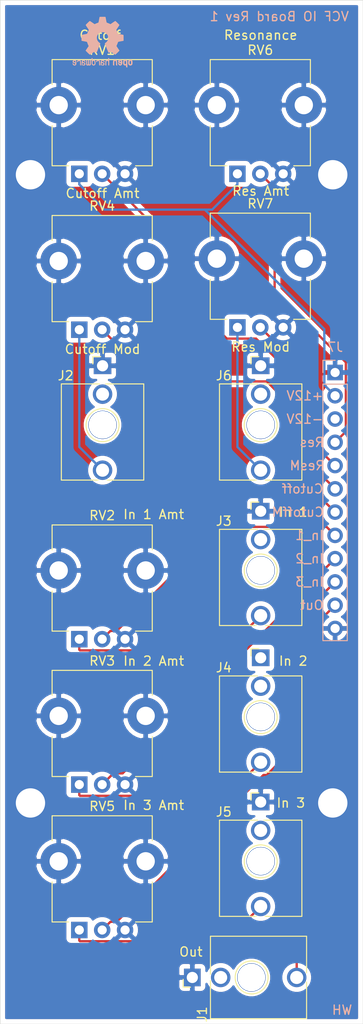
<source format=kicad_pcb>
(kicad_pcb (version 20171130) (host pcbnew 5.1.4)
  (layers (0 F.Cu signal) (31 B.Cu signal) (34 B.Paste user) (35 F.Paste user) (36 B.SilkS user) (37 F.SilkS user) (38 B.Mask user) (39 F.Mask user) (44 Edge.Cuts user))
  (net 0 "")
  (net 1 "Net-(J2-PadT)")
  (net 2 "Net-(J3-PadT)")
  (net 3 "Net-(J4-PadT)")
  (net 4 "Net-(J4-PadS)")
  (net 5 "Net-(J5-PadT)")
  (net 6 "Net-(J6-PadT)")
  (net 7 GNDREF)
  (net 8 /Out)
  (net 9 +12V)
  (net 10 -12V)
  (net 11 /Res)
  (net 12 /Res_Mod)
  (net 13 /Cutoff)
  (net 14 /Cutoff_Mod)
  (net 15 /In_1)
  (net 16 /In_2)
  (net 17 /In_3)
  (module Symbol:OSHW-Logo2_7.3x6mm_SilkScreen (layer B.Cu) (at 75.184 52.832 180)
    (fp_text reference REF** hide)
    (fp_text value OSHW-Logo2_7.3x6mm_SilkScreen hide)
  )
  (module Eurorack:Jack_3.5mm_QingPu_WQP-PJ398SM_Vertical_CircularHoles (layer F.Cu) (at 91.44 154.94 90)
    (fp_text reference J1 (at -4.03 -5.37 270) (layer F.SilkS))
    (fp_text value "Res Mod")
    (pad "" thru_hole circle (at 0 0 90) (size 3.1 3.1) (drill 3) (layers *.Cu *.Mask))
    (pad T thru_hole circle (at 0 4.95 270) (size 2.13 2.13) (drill 1.43) (layers *.Cu *.Mask) (net 8 /Out))
    (pad S thru_hole rect (at 0 -6.45 270) (size 1.93 1.83) (drill 1.22) (layers *.Cu *.Mask) (net 7 GNDREF))
    (pad TN thru_hole circle (at 0 -3.35 270) (size 2.13 2.13) (drill 1.42) (layers *.Cu *.Mask))
  )
  (module Eurorack:Jack_3.5mm_QingPu_WQP-PJ398SM_Vertical_CircularHoles (layer F.Cu) (at 75.184 94.615)
    (fp_text reference J2 (at -4.03 -5.37 180) (layer F.SilkS))
    (fp_text value "Cutoff Mod")
    (pad TN thru_hole circle (at 0 -3.35 180) (size 2.13 2.13) (drill 1.42) (layers *.Cu *.Mask))
    (pad S thru_hole rect (at 0 -6.45 180) (size 1.93 1.83) (drill 1.22) (layers *.Cu *.Mask) (net 7 GNDREF))
    (pad T thru_hole circle (at 0 4.95 180) (size 2.13 2.13) (drill 1.43) (layers *.Cu *.Mask) (net 1 "Net-(J2-PadT)"))
    (pad "" thru_hole circle (at 0 0) (size 3.1 3.1) (drill 3) (layers *.Cu *.Mask))
  )
  (module Eurorack:Jack_3.5mm_QingPu_WQP-PJ398SM_Vertical_CircularHoles (layer F.Cu) (at 92.456 110.49)
    (fp_text reference J3 (at -4.03 -5.37 180) (layer F.SilkS))
    (fp_text value In1)
    (pad TN thru_hole circle (at 0 -3.35 180) (size 2.13 2.13) (drill 1.42) (layers *.Cu *.Mask))
    (pad S thru_hole rect (at 0 -6.45 180) (size 1.93 1.83) (drill 1.22) (layers *.Cu *.Mask) (net 7 GNDREF))
    (pad T thru_hole circle (at 0 4.95 180) (size 2.13 2.13) (drill 1.43) (layers *.Cu *.Mask) (net 2 "Net-(J3-PadT)"))
    (pad "" thru_hole circle (at 0 0) (size 3.1 3.1) (drill 3) (layers *.Cu *.Mask))
  )
  (module Eurorack:Jack_3.5mm_QingPu_WQP-PJ398SM_Vertical_CircularHoles (layer F.Cu) (at 92.456 126.492)
    (fp_text reference J4 (at -4.03 -5.37 180) (layer F.SilkS))
    (fp_text value In2)
    (pad "" thru_hole circle (at 0 0) (size 3.1 3.1) (drill 3) (layers *.Cu *.Mask))
    (pad T thru_hole circle (at 0 4.95 180) (size 2.13 2.13) (drill 1.43) (layers *.Cu *.Mask) (net 3 "Net-(J4-PadT)"))
    (pad S thru_hole rect (at 0 -6.45 180) (size 1.93 1.83) (drill 1.22) (layers *.Cu *.Mask) (net 4 "Net-(J4-PadS)"))
    (pad TN thru_hole circle (at 0 -3.35 180) (size 2.13 2.13) (drill 1.42) (layers *.Cu *.Mask))
  )
  (module Eurorack:Jack_3.5mm_QingPu_WQP-PJ398SM_Vertical_CircularHoles (layer F.Cu) (at 92.456 142.24)
    (fp_text reference J5 (at -4.03 -5.37 180) (layer F.SilkS))
    (fp_text value In3)
    (pad TN thru_hole circle (at 0 -3.35 180) (size 2.13 2.13) (drill 1.42) (layers *.Cu *.Mask))
    (pad S thru_hole rect (at 0 -6.45 180) (size 1.93 1.83) (drill 1.22) (layers *.Cu *.Mask) (net 7 GNDREF))
    (pad T thru_hole circle (at 0 4.95 180) (size 2.13 2.13) (drill 1.43) (layers *.Cu *.Mask) (net 5 "Net-(J5-PadT)"))
    (pad "" thru_hole circle (at 0 0) (size 3.1 3.1) (drill 3) (layers *.Cu *.Mask))
  )
  (module Eurorack:Jack_3.5mm_QingPu_WQP-PJ398SM_Vertical_CircularHoles (layer F.Cu) (at 92.456 94.615)
    (fp_text reference J6 (at -4.03 -5.37 180) (layer F.SilkS))
    (fp_text value Out)
    (pad "" thru_hole circle (at 0 0) (size 3.1 3.1) (drill 3) (layers *.Cu *.Mask))
    (pad T thru_hole circle (at 0 4.95 180) (size 2.13 2.13) (drill 1.43) (layers *.Cu *.Mask) (net 6 "Net-(J6-PadT)"))
    (pad S thru_hole rect (at 0 -6.45 180) (size 1.93 1.83) (drill 1.22) (layers *.Cu *.Mask) (net 7 GNDREF))
    (pad TN thru_hole circle (at 0 -3.35 180) (size 2.13 2.13) (drill 1.42) (layers *.Cu *.Mask))
  )
  (module Eurorack:Potentiometer_TT_P0915N (layer F.Cu) (at 75.184 59.69)
    (fp_text reference RV1 (at -0.04 -5.98) (layer F.SilkS))
    (fp_text value R_POT_US)
    (pad 1 thru_hole rect (at -2.54 7.52) (size 1.8 1.8) (drill 1) (layers *.Cu *.Mask) (net 9 +12V))
    (pad 2 thru_hole circle (at -0.04 7.52) (size 1.8 1.8) (drill 1) (layers *.Cu *.Mask) (net 13 /Cutoff))
    (pad 3 thru_hole circle (at 2.46 7.52) (size 1.8 1.8) (drill 1) (layers *.Cu *.Mask) (net 7 GNDREF))
    (pad "" thru_hole oval (at -4.79 0.02) (size 4 4) (drill 2) (layers *.Cu *.Mask) (net 7 GNDREF))
    (pad "" thru_hole oval (at 4.71 0.02) (size 4 4) (drill 2) (layers *.Cu *.Mask) (net 7 GNDREF))
  )
  (module Eurorack:Potentiometer_TT_P0915N (layer F.Cu) (at 75.184 110.49)
    (fp_text reference RV2 (at -0.04 -5.98) (layer F.SilkS))
    (fp_text value R_POT_US)
    (pad "" thru_hole oval (at 4.71 0.02) (size 4 4) (drill 2) (layers *.Cu *.Mask) (net 7 GNDREF))
    (pad "" thru_hole oval (at -4.79 0.02) (size 4 4) (drill 2) (layers *.Cu *.Mask) (net 7 GNDREF))
    (pad 3 thru_hole circle (at 2.46 7.52) (size 1.8 1.8) (drill 1) (layers *.Cu *.Mask) (net 7 GNDREF))
    (pad 2 thru_hole circle (at -0.04 7.52) (size 1.8 1.8) (drill 1) (layers *.Cu *.Mask) (net 15 /In_1))
    (pad 1 thru_hole rect (at -2.54 7.52) (size 1.8 1.8) (drill 1) (layers *.Cu *.Mask) (net 2 "Net-(J3-PadT)"))
  )
  (module Eurorack:Potentiometer_TT_P0915N (layer F.Cu) (at 75.184 126.365)
    (fp_text reference RV3 (at -0.04 -5.98) (layer F.SilkS))
    (fp_text value R_POT_US)
    (pad 1 thru_hole rect (at -2.54 7.52) (size 1.8 1.8) (drill 1) (layers *.Cu *.Mask) (net 3 "Net-(J4-PadT)"))
    (pad 2 thru_hole circle (at -0.04 7.52) (size 1.8 1.8) (drill 1) (layers *.Cu *.Mask) (net 16 /In_2))
    (pad 3 thru_hole circle (at 2.46 7.52) (size 1.8 1.8) (drill 1) (layers *.Cu *.Mask) (net 7 GNDREF))
    (pad "" thru_hole oval (at -4.79 0.02) (size 4 4) (drill 2) (layers *.Cu *.Mask) (net 7 GNDREF))
    (pad "" thru_hole oval (at 4.71 0.02) (size 4 4) (drill 2) (layers *.Cu *.Mask) (net 7 GNDREF))
  )
  (module Eurorack:Potentiometer_TT_P0915N (layer F.Cu) (at 75.184 76.708)
    (fp_text reference RV4 (at -0.04 -5.98) (layer F.SilkS))
    (fp_text value R_POT_US)
    (pad "" thru_hole oval (at 4.71 0.02) (size 4 4) (drill 2) (layers *.Cu *.Mask) (net 7 GNDREF))
    (pad "" thru_hole oval (at -4.79 0.02) (size 4 4) (drill 2) (layers *.Cu *.Mask) (net 7 GNDREF))
    (pad 3 thru_hole circle (at 2.46 7.52) (size 1.8 1.8) (drill 1) (layers *.Cu *.Mask) (net 7 GNDREF))
    (pad 2 thru_hole circle (at -0.04 7.52) (size 1.8 1.8) (drill 1) (layers *.Cu *.Mask) (net 14 /Cutoff_Mod))
    (pad 1 thru_hole rect (at -2.54 7.52) (size 1.8 1.8) (drill 1) (layers *.Cu *.Mask) (net 1 "Net-(J2-PadT)"))
  )
  (module Eurorack:Potentiometer_TT_P0915N (layer F.Cu) (at 75.184 142.24)
    (fp_text reference RV5 (at -0.04 -5.98) (layer F.SilkS))
    (fp_text value R_POT_US)
    (pad "" thru_hole oval (at 4.71 0.02) (size 4 4) (drill 2) (layers *.Cu *.Mask) (net 7 GNDREF))
    (pad "" thru_hole oval (at -4.79 0.02) (size 4 4) (drill 2) (layers *.Cu *.Mask) (net 7 GNDREF))
    (pad 3 thru_hole circle (at 2.46 7.52) (size 1.8 1.8) (drill 1) (layers *.Cu *.Mask) (net 7 GNDREF))
    (pad 2 thru_hole circle (at -0.04 7.52) (size 1.8 1.8) (drill 1) (layers *.Cu *.Mask) (net 17 /In_3))
    (pad 1 thru_hole rect (at -2.54 7.52) (size 1.8 1.8) (drill 1) (layers *.Cu *.Mask) (net 5 "Net-(J5-PadT)"))
  )
  (module Connector_PinSocket_2.54mm:PinSocket_1x12_P2.54mm_Vertical (layer B.Cu) (at 100.584 88.9 180)
    (fp_text reference J7 (at 0 2.77) (layer B.SilkS) (effects (justify mirror)))
    (fp_text value IO)
    (pad 1 thru_hole rect (at 0 0 180) (size 1.7 1.7) (drill 1) (layers *.Cu *.Mask) (net 7 GNDREF))
    (pad 2 thru_hole oval (at 0 -2.54 180) (size 1.7 1.7) (drill 1) (layers *.Cu *.Mask) (net 9 +12V))
    (pad 3 thru_hole oval (at 0 -5.08 180) (size 1.7 1.7) (drill 1) (layers *.Cu *.Mask) (net 10 -12V))
    (pad 4 thru_hole oval (at 0 -7.62 180) (size 1.7 1.7) (drill 1) (layers *.Cu *.Mask) (net 11 /Res))
    (pad 5 thru_hole oval (at 0 -10.16 180) (size 1.7 1.7) (drill 1) (layers *.Cu *.Mask) (net 12 /Res_Mod))
    (pad 6 thru_hole oval (at 0 -12.7 180) (size 1.7 1.7) (drill 1) (layers *.Cu *.Mask) (net 13 /Cutoff))
    (pad 7 thru_hole oval (at 0 -15.24 180) (size 1.7 1.7) (drill 1) (layers *.Cu *.Mask) (net 14 /Cutoff_Mod))
    (pad 8 thru_hole oval (at 0 -17.78 180) (size 1.7 1.7) (drill 1) (layers *.Cu *.Mask) (net 15 /In_1))
    (pad 9 thru_hole oval (at 0 -20.32 180) (size 1.7 1.7) (drill 1) (layers *.Cu *.Mask) (net 16 /In_2))
    (pad 10 thru_hole oval (at 0 -22.86 180) (size 1.7 1.7) (drill 1) (layers *.Cu *.Mask) (net 17 /In_3))
    (pad 11 thru_hole oval (at 0 -25.4 180) (size 1.7 1.7) (drill 1) (layers *.Cu *.Mask) (net 8 /Out))
    (pad 12 thru_hole oval (at 0 -27.94 180) (size 1.7 1.7) (drill 1) (layers *.Cu *.Mask) (net 7 GNDREF))
  )
  (module Eurorack:Potentiometer_TT_P0915N (layer F.Cu) (at 92.456 59.69)
    (fp_text reference RV6 (at -0.04 -5.98) (layer F.SilkS))
    (fp_text value R_POT_US)
    (pad "" thru_hole oval (at 4.71 0.02) (size 4 4) (drill 2) (layers *.Cu *.Mask) (net 7 GNDREF))
    (pad "" thru_hole oval (at -4.79 0.02) (size 4 4) (drill 2) (layers *.Cu *.Mask) (net 7 GNDREF))
    (pad 3 thru_hole circle (at 2.46 7.52) (size 1.8 1.8) (drill 1) (layers *.Cu *.Mask) (net 7 GNDREF))
    (pad 2 thru_hole circle (at -0.04 7.52) (size 1.8 1.8) (drill 1) (layers *.Cu *.Mask) (net 11 /Res))
    (pad 1 thru_hole rect (at -2.54 7.52) (size 1.8 1.8) (drill 1) (layers *.Cu *.Mask) (net 9 +12V))
  )
  (module Eurorack:Potentiometer_TT_P0915N (layer F.Cu) (at 92.456 76.454)
    (fp_text reference RV7 (at -0.04 -5.98) (layer F.SilkS))
    (fp_text value R_POT_US)
    (pad 1 thru_hole rect (at -2.54 7.52) (size 1.8 1.8) (drill 1) (layers *.Cu *.Mask) (net 6 "Net-(J6-PadT)"))
    (pad 2 thru_hole circle (at -0.04 7.52) (size 1.8 1.8) (drill 1) (layers *.Cu *.Mask) (net 12 /Res_Mod))
    (pad 3 thru_hole circle (at 2.46 7.52) (size 1.8 1.8) (drill 1) (layers *.Cu *.Mask) (net 7 GNDREF))
    (pad "" thru_hole oval (at -4.79 0.02) (size 4 4) (drill 2) (layers *.Cu *.Mask) (net 7 GNDREF))
    (pad "" thru_hole oval (at 4.71 0.02) (size 4 4) (drill 2) (layers *.Cu *.Mask) (net 7 GNDREF))
  )
  (gr_text Out (at 84.836 152.146) (layer F.SilkS) (effects (font (size 1 1))))
  (gr_text "In 3" (at 95.758 135.89) (layer F.SilkS) (effects (font (size 1 1))))
  (gr_text "In 2" (at 96.012 120.396) (layer F.SilkS) (effects (font (size 1 1))))
  (gr_text "In 1" (at 96.012 104.14) (layer F.SilkS) (effects (font (size 1 1))))
  (gr_text "In 3 Amt" (at 80.772 136.144) (layer F.SilkS) (effects (font (size 1 1))))
  (gr_text "In 2 Amt" (at 80.772 120.396) (layer F.SilkS) (effects (font (size 1 1))))
  (gr_text "In 1 Amt" (at 80.772 104.394) (layer F.SilkS) (effects (font (size 1 1))))
  (gr_text "Res Mod" (at 92.456 86.106) (layer F.SilkS) (effects (font (size 1 1))))
  (gr_text "Res Amt" (at 92.456 69.088) (layer F.SilkS) (effects (font (size 1 1))))
  (gr_text Resonance (at 92.456 52.07) (layer F.SilkS) (effects (font (size 1 1))))
  (gr_text "Cutoff Mod" (at 75.184 86.36) (layer F.SilkS) (effects (font (size 1 1))))
  (gr_text "Cutoff Amt" (at 75.184 69.342) (layer F.SilkS) (effects (font (size 1 1))))
  (gr_text Cutoff (at 74.93 52.07) (layer F.SilkS) (effects (font (size 1 1))))
  (gr_text Out (at 98.044 114.3) (layer B.SilkS) (effects (font (size 1 1)) (justify mirror)))
  (gr_text In_3 (at 97.79 111.76) (layer B.SilkS) (effects (font (size 1 1)) (justify mirror)))
  (gr_text In_2 (at 97.79 109.22) (layer B.SilkS) (effects (font (size 1 1)) (justify mirror)))
  (gr_text In_1 (at 97.79 106.68) (layer B.SilkS) (effects (font (size 1 1)) (justify mirror)))
  (gr_text CutoffM (at 96.52 104.14) (layer B.SilkS) (effects (font (size 1 1)) (justify mirror)))
  (gr_text Cutoff (at 97.028 101.6) (layer B.SilkS) (effects (font (size 1 1)) (justify mirror)))
  (gr_text ResM (at 97.536 99.06) (layer B.SilkS) (effects (font (size 1 1)) (justify mirror)))
  (gr_text Res (at 98.044 96.52) (layer B.SilkS) (effects (font (size 1 1)) (justify mirror)))
  (gr_text -12V (at 97.282 93.98) (layer B.SilkS) (effects (font (size 1 1)) (justify mirror)))
  (gr_text +12V (at 97.282 91.44) (layer B.SilkS) (effects (font (size 1 1)) (justify mirror)))
  (gr_text WH (at 101.346 158.496) (layer B.SilkS) (effects (font (size 1 1)) (justify mirror)))
  (gr_text "VCF IO Board Rev 1" (at 94.488 50.038) (layer B.SilkS) (effects (font (size 1 1)) (justify mirror)))
  (gr_line (start 64.008 160.02) (end 64.008 48.26) (layer Edge.Cuts) (width 0.05))
  (gr_line (start 103.632 160.02) (end 64.008 160.02) (layer Edge.Cuts) (width 0.05))
  (gr_line (start 103.632 48.26) (end 103.632 160.02) (layer Edge.Cuts) (width 0.05))
  (gr_line (start 64.008 48.26) (end 103.632 48.26) (layer Edge.Cuts) (width 0.05))
  (segment (start 72.644 97.025) (end 75.184 99.565) (width 0.25) (layer B.Cu) (net 1))
  (segment (start 72.644 84.228) (end 72.644 97.025) (width 0.25) (layer B.Cu) (net 1))
  (segment (start 72.719001 119.235001) (end 88.660999 119.235001) (width 0.25) (layer F.Cu) (net 2))
  (segment (start 72.644 119.16) (end 72.719001 119.235001) (width 0.25) (layer F.Cu) (net 2))
  (segment (start 91.391001 116.504999) (end 92.456 115.44) (width 0.25) (layer F.Cu) (net 2))
  (segment (start 88.660999 119.235001) (end 91.391001 116.504999) (width 0.25) (layer F.Cu) (net 2))
  (segment (start 72.644 118.01) (end 72.644 119.16) (width 0.25) (layer F.Cu) (net 2))
  (segment (start 91.391001 132.506999) (end 92.456 131.442) (width 0.25) (layer F.Cu) (net 3))
  (segment (start 88.787999 135.110001) (end 91.391001 132.506999) (width 0.25) (layer F.Cu) (net 3))
  (segment (start 72.719001 135.110001) (end 88.787999 135.110001) (width 0.25) (layer F.Cu) (net 3))
  (segment (start 72.644 135.035) (end 72.719001 135.110001) (width 0.25) (layer F.Cu) (net 3))
  (segment (start 72.644 133.885) (end 72.644 135.035) (width 0.25) (layer F.Cu) (net 3))
  (segment (start 88.660999 150.985001) (end 91.391001 148.254999) (width 0.25) (layer F.Cu) (net 5))
  (segment (start 91.391001 148.254999) (end 92.456 147.19) (width 0.25) (layer F.Cu) (net 5))
  (segment (start 72.719001 150.985001) (end 88.660999 150.985001) (width 0.25) (layer F.Cu) (net 5))
  (segment (start 72.644 150.91) (end 72.719001 150.985001) (width 0.25) (layer F.Cu) (net 5))
  (segment (start 72.644 149.76) (end 72.644 150.91) (width 0.25) (layer F.Cu) (net 5))
  (segment (start 89.916 97.025) (end 92.456 99.565) (width 0.25) (layer B.Cu) (net 6))
  (segment (start 89.916 83.974) (end 89.916 97.025) (width 0.25) (layer B.Cu) (net 6))
  (via (at 67.31 135.89) (size 4.99999) (drill 3.2004) (layers F.Cu B.Cu) (net 7))
  (via (at 100.33 135.89) (size 4.99999) (drill 3.2004) (layers F.Cu B.Cu) (net 7))
  (via (at 100.33 67.31) (size 4.99999) (drill 3.2004) (layers F.Cu B.Cu) (net 7))
  (via (at 67.31 67.31) (size 4.99999) (drill 3.2004) (layers F.Cu B.Cu) (net 7))
  (segment (start 96.39 118.494) (end 96.39 154.94) (width 0.25) (layer F.Cu) (net 8))
  (segment (start 100.584 114.3) (end 96.39 118.494) (width 0.25) (layer F.Cu) (net 8))
  (segment (start 99.408999 90.264999) (end 99.408999 84.168999) (width 0.25) (layer B.Cu) (net 9))
  (segment (start 100.584 91.44) (end 99.408999 90.264999) (width 0.25) (layer B.Cu) (net 9))
  (segment (start 99.408999 84.168999) (end 86.36 71.12) (width 0.25) (layer B.Cu) (net 9))
  (segment (start 72.644 68.36) (end 72.644 67.21) (width 0.25) (layer B.Cu) (net 9))
  (segment (start 75.404 71.12) (end 72.644 68.36) (width 0.25) (layer B.Cu) (net 9))
  (segment (start 86.36 71.12) (end 75.404 71.12) (width 0.25) (layer B.Cu) (net 9))
  (segment (start 89.916 68.36) (end 87.156 71.12) (width 0.25) (layer B.Cu) (net 9))
  (segment (start 87.156 71.12) (end 86.36 71.12) (width 0.25) (layer B.Cu) (net 9))
  (segment (start 89.916 67.21) (end 89.916 68.36) (width 0.25) (layer B.Cu) (net 9))
  (segment (start 101.759001 95.344999) (end 101.759001 87.789001) (width 0.25) (layer F.Cu) (net 11))
  (segment (start 100.584 96.52) (end 101.759001 95.344999) (width 0.25) (layer F.Cu) (net 11))
  (segment (start 101.759001 87.789001) (end 93.98 80.01) (width 0.25) (layer F.Cu) (net 11))
  (segment (start 93.98 68.774) (end 92.416 67.21) (width 0.25) (layer F.Cu) (net 11))
  (segment (start 93.98 80.01) (end 93.98 68.774) (width 0.25) (layer F.Cu) (net 11))
  (segment (start 97.79 89.348) (end 92.416 83.974) (width 0.25) (layer F.Cu) (net 12))
  (segment (start 100.584 99.06) (end 97.79 96.266) (width 0.25) (layer F.Cu) (net 12))
  (segment (start 97.79 96.266) (end 97.79 89.348) (width 0.25) (layer F.Cu) (net 12))
  (segment (start 83.82 75.886) (end 75.144 67.21) (width 0.25) (layer F.Cu) (net 13))
  (segment (start 83.82 80.263002) (end 83.82 75.886) (width 0.25) (layer F.Cu) (net 13))
  (segment (start 97.33999 98.35599) (end 97.33999 90.583988) (width 0.25) (layer F.Cu) (net 13))
  (segment (start 97.33999 90.583988) (end 91.955003 85.199001) (width 0.25) (layer F.Cu) (net 13))
  (segment (start 100.584 101.6) (end 97.33999 98.35599) (width 0.25) (layer F.Cu) (net 13))
  (segment (start 91.955003 85.199001) (end 88.755999 85.199001) (width 0.25) (layer F.Cu) (net 13))
  (segment (start 88.755999 85.199001) (end 83.82 80.263002) (width 0.25) (layer F.Cu) (net 13))
  (segment (start 93.123201 89.874999) (end 80.790999 89.874999) (width 0.25) (layer F.Cu) (net 14))
  (segment (start 96.88998 93.641778) (end 93.123201 89.874999) (width 0.25) (layer F.Cu) (net 14))
  (segment (start 96.88998 100.44598) (end 96.88998 93.641778) (width 0.25) (layer F.Cu) (net 14))
  (segment (start 76.043999 85.127999) (end 75.144 84.228) (width 0.25) (layer F.Cu) (net 14))
  (segment (start 80.790999 89.874999) (end 76.043999 85.127999) (width 0.25) (layer F.Cu) (net 14))
  (segment (start 100.584 104.14) (end 96.88998 100.44598) (width 0.25) (layer F.Cu) (net 14))
  (segment (start 76.043999 117.110001) (end 75.144 118.01) (width 0.25) (layer F.Cu) (net 15))
  (segment (start 76.735001 117.110001) (end 76.043999 117.110001) (width 0.25) (layer F.Cu) (net 15))
  (segment (start 88.095003 105.749999) (end 76.735001 117.110001) (width 0.25) (layer F.Cu) (net 15))
  (segment (start 99.653999 105.749999) (end 88.095003 105.749999) (width 0.25) (layer F.Cu) (net 15))
  (segment (start 100.584 106.68) (end 99.653999 105.749999) (width 0.25) (layer F.Cu) (net 15))
  (segment (start 76.369001 132.659999) (end 76.043999 132.985001) (width 0.25) (layer F.Cu) (net 16))
  (segment (start 99.408999 110.623999) (end 77.372999 132.659999) (width 0.25) (layer F.Cu) (net 16))
  (segment (start 76.043999 132.985001) (end 75.144 133.885) (width 0.25) (layer F.Cu) (net 16))
  (segment (start 99.408999 110.395001) (end 99.408999 110.623999) (width 0.25) (layer F.Cu) (net 16))
  (segment (start 77.372999 132.659999) (end 76.369001 132.659999) (width 0.25) (layer F.Cu) (net 16))
  (segment (start 100.584 109.22) (end 99.408999 110.395001) (width 0.25) (layer F.Cu) (net 16))
  (segment (start 93.123201 132.832001) (end 95.25 130.705202) (width 0.25) (layer F.Cu) (net 17))
  (segment (start 92.763001 132.832001) (end 93.123201 132.832001) (width 0.25) (layer F.Cu) (net 17))
  (segment (start 76.735001 148.860001) (end 92.763001 132.832001) (width 0.25) (layer F.Cu) (net 17))
  (segment (start 75.144 149.76) (end 76.043999 148.860001) (width 0.25) (layer F.Cu) (net 17))
  (segment (start 76.043999 148.860001) (end 76.735001 148.860001) (width 0.25) (layer F.Cu) (net 17))
  (segment (start 95.25 117.094) (end 100.584 111.76) (width 0.25) (layer F.Cu) (net 17))
  (segment (start 95.25 130.705202) (end 95.25 117.094) (width 0.25) (layer F.Cu) (net 17))
  (zone (net 7) (net_name GNDREF) (layer B.Cu) (connect_pads (clearance 0.508)) (min_thickness 0.254) (fill yes (arc_segments 32) (thermal_gap 0.508) (thermal_bridge_width 0.508))
    (polygon (pts (xy 64.008 48.26) (xy 103.632 48.26) (xy 103.632 160.02) (xy 64.008 160.02)))
  )
  (zone (net 7) (net_name GNDREF) (layer F.Cu) (connect_pads (clearance 0.508)) (min_thickness 0.254) (fill yes (arc_segments 32) (thermal_gap 0.508) (thermal_bridge_width 0.508))
    (polygon (pts (xy 64.008 48.26) (xy 103.632 48.26) (xy 103.632 160.02) (xy 64.008 160.02)))
  )
)
</source>
